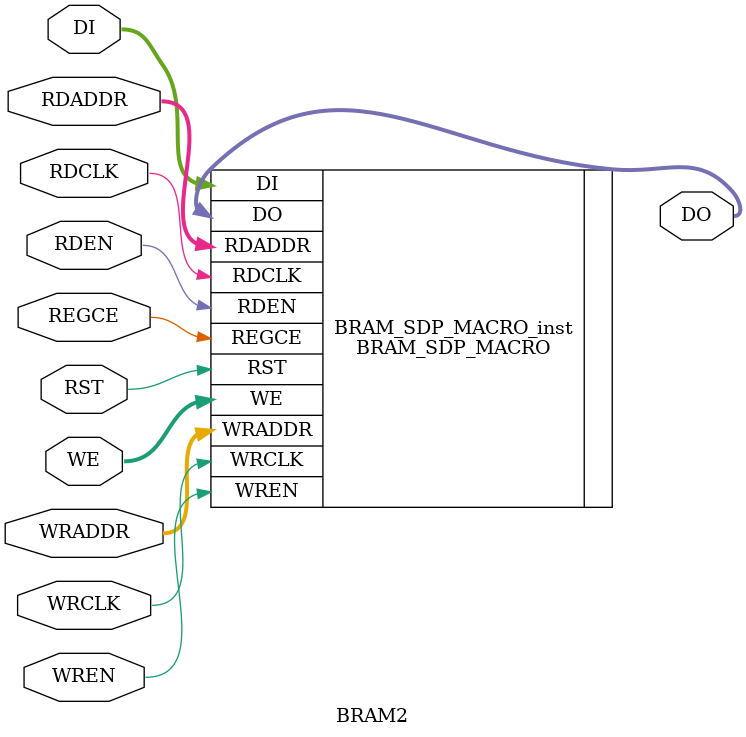
<source format=sv>
`timescale 1ns / 1ps


module BRAM2(input RST, RDCLK, WRCLK, RDEN, WREN, REGCE,
    input logic [3:0] WE,
    input logic [12:0] RDADDR,
    input logic [9:0] WRADDR,
    input logic [31:0] DI,
    output logic [3:0] DO);
 BRAM_SDP_MACRO #(
      .BRAM_SIZE("36Kb"), // Target BRAM, "18Kb" or "36Kb" 
      .DEVICE("7SERIES"), // Target device: "7SERIES" 
      .WRITE_WIDTH(32),    // Valid values are 1-72 (37-72 only valid when BRAM_SIZE="36Kb")
      .READ_WIDTH(4),     // Valid values are 1-72 (37-72 only valid when BRAM_SIZE="36Kb")
      .DO_REG(0),         // Optional output register (0 or 1)
      .INIT_FILE ("NONE"),
      .SIM_COLLISION_CHECK ("ALL"), // Collision check enable "ALL", "WARNING_ONLY", 
                                    //   "GENERATE_X_ONLY" or "NONE" 
      .SRVAL(72'h000000000000000000), // Set/Reset value for port output
      .INIT(72'h000000000000000000),  // Initial values on output port
      .WRITE_MODE("WRITE_FIRST"),  // Specify "READ_FIRST" for same clock or synchronous clocks
                                   //   Specify "WRITE_FIRST for asynchronous clocks on ports
      .INIT_04(256'h10206000_01220000_00000000_00000004_00000004_11226644_00000004_00000004),
      .INIT_05(256'h10020600_10020600_10020600_01200000_00000000_00220000_10206000_10206000),
      .INIT_06(256'h00000000_11220000_00006000_11226000_00006000_11226000_00000000_11226000),
      .INIT_07(256'h00000640_00006004_00006004_00006004_11226644_00000000_00000000_00000000),
      .INIT_08(256'h11226000_10020600_10020600_10020600_01200000_00000000_11226644_00000000),
      .INIT_09(256'h11226040_00000000_00000044_00006600_11220000_00006600_00000044_00000000),
      .INIT_0A(256'h00006640_00000000_11226000_00000600_00000600_00000600_11226600_00000000),
      .INIT_0B(256'h00000000_00000000_00000000_00000000_01226644_10020004_10020004_10020004)
   ) BRAM_SDP_MACRO_inst (
      .DO(DO),         // Output read data port, width defined by READ_WIDTH parameter
      .DI(DI),         // Input write data port, width defined by WRITE_WIDTH parameter
      .RDADDR(RDADDR), // Input read address, width defined by read port depth
      .RDCLK(RDCLK),   // 1-bit input read clock
      .RDEN(RDEN),     // 1-bit input read port enable
      .REGCE(REGCE),   // 1-bit input read output register enable
      .RST(RST),       // 1-bit input reset      
      .WE(WE),         // Input write enable, width defined by write port depth
      .WRADDR(WRADDR), // Input write address, width defined by write port depth
      .WRCLK(WRCLK),   // 1-bit input write clock
      .WREN(WREN)      // 1-bit input write port enable
   );
   // End of BRAM_SDP_MACRO_inst instantiation		
endmodule
</source>
